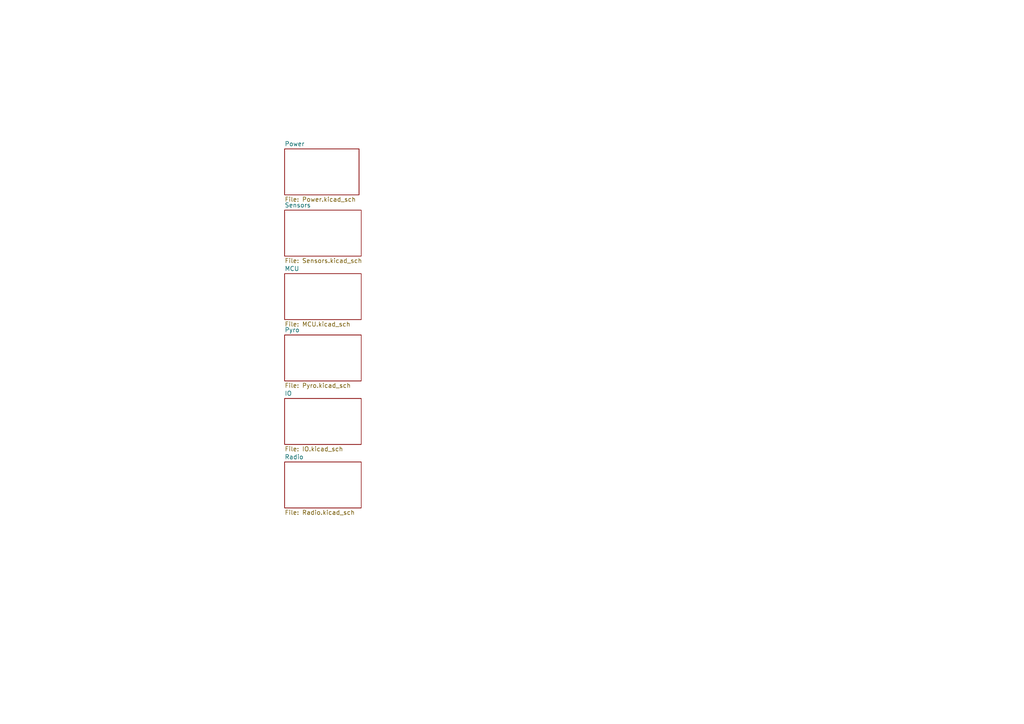
<source format=kicad_sch>
(kicad_sch
	(version 20250114)
	(generator "eeschema")
	(generator_version "9.0")
	(uuid "4254ccd1-49f4-4fe6-9bf7-ccb200d73af4")
	(paper "A4")
	(title_block
		(title "Flight Computer")
		(company "Pioneer Rocketry")
	)
	(lib_symbols)
	(sheet
		(at 82.55 115.57)
		(size 22.225 13.335)
		(exclude_from_sim no)
		(in_bom yes)
		(on_board yes)
		(dnp no)
		(fields_autoplaced yes)
		(stroke
			(width 0.1524)
			(type solid)
		)
		(fill
			(color 0 0 0 0.0000)
		)
		(uuid "0a0b3d01-7422-42e0-b725-ff9e85b891ec")
		(property "Sheetname" "IO"
			(at 82.55 114.8584 0)
			(effects
				(font
					(size 1.27 1.27)
				)
				(justify left bottom)
			)
		)
		(property "Sheetfile" "IO.kicad_sch"
			(at 82.55 129.4896 0)
			(effects
				(font
					(size 1.27 1.27)
				)
				(justify left top)
			)
		)
		(instances
			(project "Flight Computer v3 - Kicad"
				(path "/4254ccd1-49f4-4fe6-9bf7-ccb200d73af4"
					(page "6")
				)
			)
		)
	)
	(sheet
		(at 82.55 133.985)
		(size 22.225 13.335)
		(exclude_from_sim no)
		(in_bom yes)
		(on_board yes)
		(dnp no)
		(fields_autoplaced yes)
		(stroke
			(width 0.1524)
			(type solid)
		)
		(fill
			(color 0 0 0 0.0000)
		)
		(uuid "b5b3f2b6-4604-4088-8488-54d61b2ee536")
		(property "Sheetname" "Radio"
			(at 82.55 133.2734 0)
			(effects
				(font
					(size 1.27 1.27)
				)
				(justify left bottom)
			)
		)
		(property "Sheetfile" "Radio.kicad_sch"
			(at 82.55 147.9046 0)
			(effects
				(font
					(size 1.27 1.27)
				)
				(justify left top)
			)
		)
		(instances
			(project "Flight Computer v3 - Kicad"
				(path "/4254ccd1-49f4-4fe6-9bf7-ccb200d73af4"
					(page "7")
				)
			)
		)
	)
	(sheet
		(at 82.55 60.96)
		(size 22.225 13.335)
		(exclude_from_sim no)
		(in_bom yes)
		(on_board yes)
		(dnp no)
		(fields_autoplaced yes)
		(stroke
			(width 0.1524)
			(type solid)
		)
		(fill
			(color 0 0 0 0.0000)
		)
		(uuid "c6ca0e5c-eb30-4ed2-9f63-dd4973f3175a")
		(property "Sheetname" "Sensors"
			(at 82.55 60.2484 0)
			(effects
				(font
					(size 1.27 1.27)
				)
				(justify left bottom)
			)
		)
		(property "Sheetfile" "Sensors.kicad_sch"
			(at 82.55 74.8796 0)
			(effects
				(font
					(size 1.27 1.27)
				)
				(justify left top)
			)
		)
		(instances
			(project "Flight Computer v3 - Kicad"
				(path "/4254ccd1-49f4-4fe6-9bf7-ccb200d73af4"
					(page "3")
				)
			)
		)
	)
	(sheet
		(at 82.55 43.18)
		(size 21.59 13.335)
		(exclude_from_sim no)
		(in_bom yes)
		(on_board yes)
		(dnp no)
		(fields_autoplaced yes)
		(stroke
			(width 0.1524)
			(type solid)
		)
		(fill
			(color 0 0 0 0.0000)
		)
		(uuid "ce25203d-742b-46bf-b676-aa9cb5879333")
		(property "Sheetname" "Power"
			(at 82.55 42.4684 0)
			(effects
				(font
					(size 1.27 1.27)
				)
				(justify left bottom)
			)
		)
		(property "Sheetfile" "Power.kicad_sch"
			(at 82.55 57.0996 0)
			(effects
				(font
					(size 1.27 1.27)
				)
				(justify left top)
			)
		)
		(instances
			(project "Flight Computer v3 - Kicad"
				(path "/4254ccd1-49f4-4fe6-9bf7-ccb200d73af4"
					(page "2")
				)
			)
		)
	)
	(sheet
		(at 82.55 79.375)
		(size 22.225 13.335)
		(exclude_from_sim no)
		(in_bom yes)
		(on_board yes)
		(dnp no)
		(fields_autoplaced yes)
		(stroke
			(width 0.1524)
			(type solid)
		)
		(fill
			(color 0 0 0 0.0000)
		)
		(uuid "d0598f39-31ca-47e7-8156-229135d6220f")
		(property "Sheetname" "MCU"
			(at 82.55 78.6634 0)
			(effects
				(font
					(size 1.27 1.27)
				)
				(justify left bottom)
			)
		)
		(property "Sheetfile" "MCU.kicad_sch"
			(at 82.55 93.2946 0)
			(effects
				(font
					(size 1.27 1.27)
				)
				(justify left top)
			)
		)
		(instances
			(project "Flight Computer v3 - Kicad"
				(path "/4254ccd1-49f4-4fe6-9bf7-ccb200d73af4"
					(page "5")
				)
			)
		)
	)
	(sheet
		(at 82.55 97.155)
		(size 22.225 13.335)
		(exclude_from_sim no)
		(in_bom yes)
		(on_board yes)
		(dnp no)
		(fields_autoplaced yes)
		(stroke
			(width 0.1524)
			(type solid)
		)
		(fill
			(color 0 0 0 0.0000)
		)
		(uuid "f595cd26-832b-4750-b9f5-43cd274712c7")
		(property "Sheetname" "Pyro"
			(at 82.55 96.4434 0)
			(effects
				(font
					(size 1.27 1.27)
				)
				(justify left bottom)
			)
		)
		(property "Sheetfile" "Pyro.kicad_sch"
			(at 82.55 111.0746 0)
			(effects
				(font
					(size 1.27 1.27)
				)
				(justify left top)
			)
		)
		(instances
			(project "Flight Computer v3 - Kicad"
				(path "/4254ccd1-49f4-4fe6-9bf7-ccb200d73af4"
					(page "4")
				)
			)
		)
	)
	(sheet_instances
		(path "/"
			(page "1")
		)
	)
	(embedded_fonts no)
)

</source>
